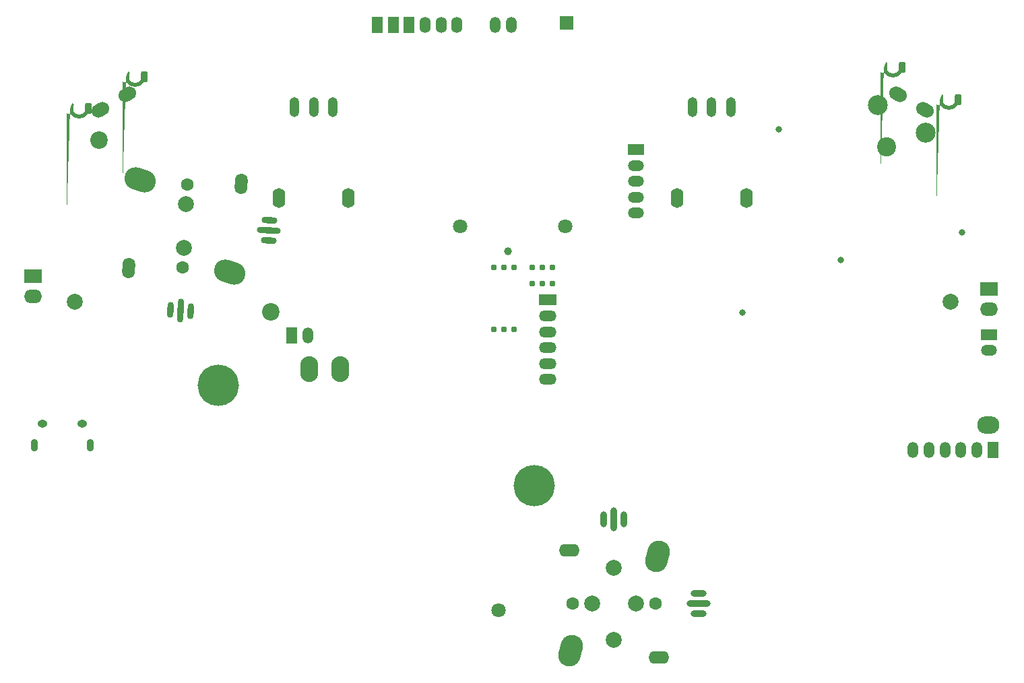
<source format=gbs>
G04 #@! TF.GenerationSoftware,KiCad,Pcbnew,(6.0.9)*
G04 #@! TF.CreationDate,2022-12-16T01:27:57-08:00*
G04 #@! TF.ProjectId,PhobGCC_2_0_0_proto_1,50686f62-4743-4435-9f32-5f305f305f70,rev?*
G04 #@! TF.SameCoordinates,Original*
G04 #@! TF.FileFunction,Soldermask,Bot*
G04 #@! TF.FilePolarity,Negative*
%FSLAX46Y46*%
G04 Gerber Fmt 4.6, Leading zero omitted, Abs format (unit mm)*
G04 Created by KiCad (PCBNEW (6.0.9)) date 2022-12-16 01:27:57*
%MOMM*%
%LPD*%
G01*
G04 APERTURE LIST*
G04 Aperture macros list*
%AMHorizOval*
0 Thick line with rounded ends*
0 $1 width*
0 $2 $3 position (X,Y) of the first rounded end (center of the circle)*
0 $4 $5 position (X,Y) of the second rounded end (center of the circle)*
0 Add line between two ends*
20,1,$1,$2,$3,$4,$5,0*
0 Add two circle primitives to create the rounded ends*
1,1,$1,$2,$3*
1,1,$1,$4,$5*%
%AMFreePoly0*
4,1,57,0.276537,0.684776,0.341421,0.641421,0.384776,0.576537,0.400000,0.500000,0.400000,-0.300961,0.458548,-0.402369,0.578106,-0.535153,0.722659,-0.640176,0.885889,-0.712851,1.060661,-0.750001,1.239339,-0.750000,1.414112,-0.712851,1.577341,-0.640176,1.721894,-0.535153,1.841452,-0.402369,1.900000,-0.300961,1.900000,0.500000,1.915224,0.576537,1.958579,0.641421,2.023463,0.684776,
2.100000,0.700000,2.500000,0.700000,2.576537,0.684776,2.641421,0.641421,2.684776,0.576537,2.700000,0.500000,2.700001,-0.500000,2.684776,-0.576537,2.641421,-0.641421,2.576537,-0.684776,2.500001,-0.700000,2.234409,-0.700000,2.215340,-0.729187,2.064330,-0.893227,1.888381,-1.030175,1.692289,-1.136294,1.481405,-1.208690,1.261482,-1.245389,1.038518,-1.245390,0.818595,-1.208690,
0.607711,-1.136294,0.411620,-1.030175,0.235670,-0.893227,0.084660,-0.729187,0.065590,-0.700000,-0.200000,-0.700000,-0.276537,-0.684776,-0.341421,-0.641421,-0.384776,-0.576537,-0.400000,-0.500000,-0.400000,0.500000,-0.384776,0.576537,-0.341421,0.641421,-0.276537,0.684776,-0.200000,0.700000,0.200000,0.700000,0.276537,0.684776,0.276537,0.684776,$1*%
G04 Aperture macros list end*
%ADD10C,0.800000*%
%ADD11HorizOval,1.700000X0.259808X-0.150000X-0.259808X0.150000X0*%
%ADD12FreePoly0,330.000000*%
%ADD13C,2.500000*%
%ADD14C,2.000000*%
%ADD15C,1.600000*%
%ADD16HorizOval,2.800000X-0.568661X0.191376X0.568661X-0.191376X0*%
%ADD17HorizOval,1.600000X0.026168X0.499315X-0.026168X-0.499315X0*%
%ADD18HorizOval,0.800000X0.031402X0.599178X-0.031402X-0.599178X0*%
%ADD19HorizOval,0.800000X0.057570X1.098492X-0.057570X-1.098492X0*%
%ADD20HorizOval,0.800000X-0.599178X0.031402X0.599178X-0.031402X0*%
%ADD21HorizOval,0.800000X-1.098492X0.057570X1.098492X-0.057570X0*%
%ADD22C,1.000000*%
%ADD23C,5.200000*%
%ADD24C,1.800000*%
%ADD25C,2.400000*%
%ADD26C,2.200000*%
%ADD27O,2.800000X2.200000*%
%ADD28HorizOval,1.700000X0.259808X0.150000X-0.259808X-0.150000X0*%
%ADD29FreePoly0,30.000000*%
%ADD30R,1.700000X1.700000*%
%ADD31C,0.787400*%
%ADD32O,2.600000X1.600000*%
%ADD33HorizOval,2.800000X-0.161352X-0.577898X0.161352X0.577898X0*%
%ADD34O,2.000000X0.800000*%
%ADD35O,3.000000X0.800000*%
%ADD36O,0.800000X2.000000*%
%ADD37O,0.800000X3.000000*%
%ADD38O,1.350000X2.000000*%
%ADD39O,1.250000X0.950000*%
%ADD40O,0.890000X1.550000*%
%ADD41O,2.250000X1.700000*%
%ADD42R,2.250000X1.700000*%
%ADD43O,1.600000X2.500000*%
%ADD44O,1.250000X2.500000*%
%ADD45O,1.400000X2.000000*%
%ADD46R,1.400000X2.000000*%
%ADD47R,2.000000X1.350000*%
%ADD48O,2.000000X1.350000*%
%ADD49R,2.200000X1.350000*%
%ADD50O,2.200000X1.350000*%
%ADD51O,2.250000X3.250000*%
%ADD52R,1.350000X2.000000*%
G04 APERTURE END LIST*
D10*
X152240000Y-55380000D03*
X139861054Y-62025251D03*
D11*
X159452694Y-34530000D03*
X162830192Y-36480000D03*
D12*
X157638111Y-31172949D03*
X164652917Y-35222949D03*
D13*
X162922532Y-39420064D03*
X156860354Y-35920064D03*
D14*
X69651159Y-53874463D03*
D15*
X70068538Y-45910393D03*
D16*
X64160011Y-45345390D03*
X75430155Y-56911074D03*
D17*
X76831531Y-45839243D03*
D15*
X69521628Y-56346071D03*
D17*
X62758635Y-56417221D03*
D14*
X69939007Y-48382001D03*
D10*
X67972062Y-61647238D03*
D18*
X67972062Y-61647238D03*
D19*
X69240322Y-61713705D03*
D10*
X69240322Y-61713705D03*
D18*
X70508581Y-61780172D03*
D10*
X70508581Y-61780172D03*
D20*
X80314089Y-52951253D03*
D10*
X80314089Y-52951253D03*
D21*
X80380556Y-51682993D03*
D10*
X80380556Y-51682993D03*
X80447023Y-50414734D03*
D20*
X80447023Y-50414734D03*
D22*
X110390000Y-54280000D03*
D10*
X144408672Y-38932159D03*
D23*
X73990000Y-71130000D03*
D14*
X55990000Y-60630000D03*
D24*
X104390000Y-51130000D03*
X117590000Y-51130000D03*
D25*
X157990000Y-41130000D03*
D14*
X165990000Y-60630000D03*
D26*
X59006622Y-40346621D03*
D10*
X167434020Y-51886035D03*
D27*
X170790000Y-76130000D03*
D26*
X80573378Y-61913378D03*
D28*
X59164021Y-36480000D03*
X62541519Y-34530000D03*
D29*
X55349438Y-36372949D03*
X62364244Y-32322949D03*
D30*
X117800000Y-25600000D03*
D31*
X114757200Y-56279325D03*
X113487200Y-56279325D03*
X116027200Y-58310175D03*
X114757200Y-58310175D03*
X116027200Y-56279325D03*
X113487200Y-58310175D03*
D15*
X128944000Y-98604552D03*
D32*
X129369000Y-105354552D03*
D14*
X120969000Y-98604552D03*
X126469000Y-98604552D03*
D32*
X118069000Y-91854552D03*
D33*
X129199000Y-92674552D03*
D15*
X118494000Y-98604552D03*
D33*
X118239000Y-104534552D03*
D10*
X134319000Y-99874552D03*
D34*
X134319000Y-99874552D03*
D35*
X134319000Y-98604552D03*
D10*
X134319000Y-98604552D03*
D34*
X134319000Y-97334552D03*
D10*
X134319000Y-97334552D03*
X124989000Y-88004552D03*
D36*
X124989000Y-88004552D03*
D37*
X123719000Y-88004552D03*
D10*
X123719000Y-88004552D03*
D36*
X122449000Y-88004552D03*
D10*
X122449000Y-88004552D03*
D31*
X111150400Y-56326850D03*
X111150400Y-64126850D03*
X108610400Y-56326850D03*
X109880400Y-64126850D03*
X108610400Y-64126850D03*
X109880400Y-56326850D03*
D23*
X113719000Y-83754552D03*
D38*
X108800000Y-25800000D03*
X110800000Y-25800000D03*
D14*
X123719000Y-94104552D03*
D39*
X56900000Y-76000000D03*
D40*
X50900000Y-78700000D03*
X57900000Y-78700000D03*
D39*
X51900000Y-76000000D03*
D14*
X123719000Y-103104552D03*
D24*
X109244000Y-99404552D03*
D41*
X50750000Y-60000000D03*
D42*
X50750000Y-57460000D03*
D41*
X170815000Y-61595000D03*
D42*
X170815000Y-59055000D03*
D43*
X131640000Y-47630000D03*
X140340000Y-47630000D03*
D44*
X138390000Y-36130000D03*
X135990000Y-36130000D03*
X133590000Y-36130000D03*
D43*
X81640000Y-47630000D03*
X90340000Y-47630000D03*
D44*
X88390000Y-36130000D03*
X85990000Y-36130000D03*
X83590000Y-36130000D03*
D45*
X103990000Y-25830000D03*
X101990000Y-25830000D03*
X99990000Y-25830000D03*
D46*
X97990000Y-25830000D03*
X95990000Y-25830000D03*
X93990000Y-25830000D03*
D47*
X170815000Y-64761000D03*
D48*
X170815000Y-66761000D03*
X126500000Y-49500000D03*
X126500000Y-47500000D03*
X126500000Y-45500000D03*
X126500000Y-43500000D03*
D47*
X126500000Y-41500000D03*
D49*
X115366800Y-60410000D03*
D50*
X115366800Y-62410000D03*
X115366800Y-64410000D03*
X115366800Y-66410000D03*
X115366800Y-68410000D03*
X115366800Y-70410000D03*
D51*
X85390000Y-69130000D03*
X89290000Y-69130000D03*
D52*
X171319200Y-79222600D03*
D38*
X169319200Y-79222600D03*
X167319200Y-79222600D03*
X165319200Y-79222600D03*
X163319200Y-79222600D03*
X161319200Y-79222600D03*
D52*
X83226400Y-64871600D03*
D38*
X85226400Y-64871600D03*
M02*

</source>
